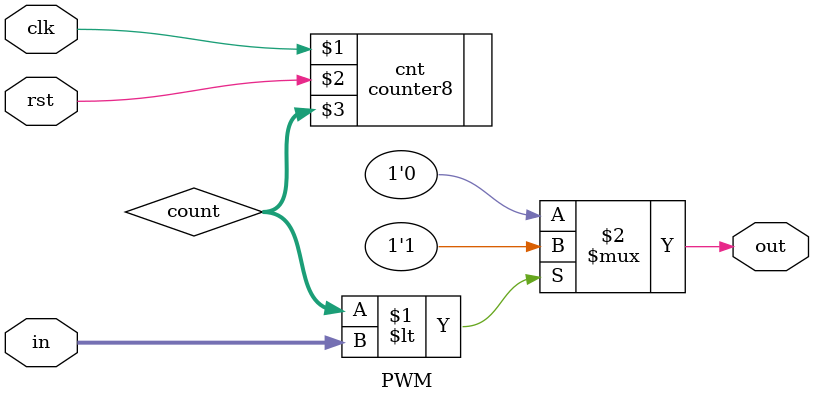
<source format=v>
module PWM(in,clk,rst,out);
  input [7:0] in;
  input clk;
  input rst;
  output  out;
  wire [7:0] count;
  counter8 cnt(clk,rst,count);
  assign out = (count<in)?1'b1:1'b0;
endmodule
      
  


</source>
